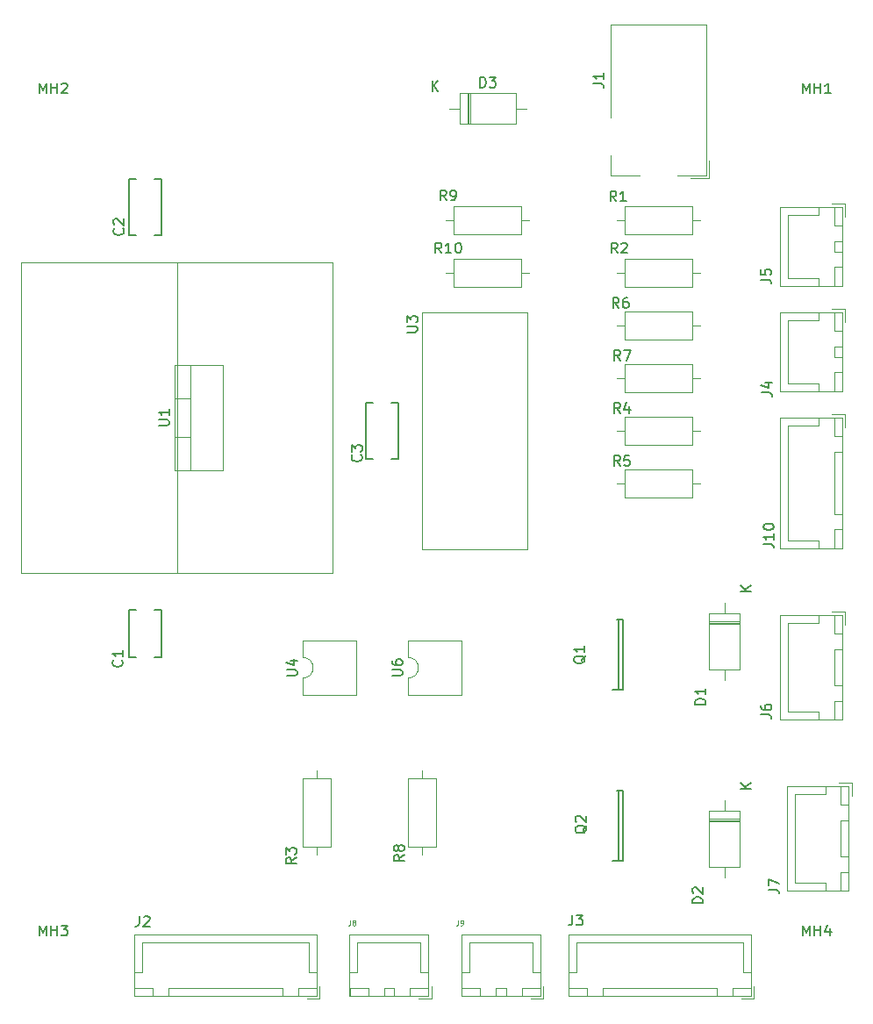
<source format=gto>
%TF.GenerationSoftware,KiCad,Pcbnew,(5.1.12)-1*%
%TF.CreationDate,2022-01-09T19:11:42+09:00*%
%TF.ProjectId,24VFanController,32345646-616e-4436-9f6e-74726f6c6c65,rev?*%
%TF.SameCoordinates,PX6d01460PY196f3b0*%
%TF.FileFunction,Legend,Top*%
%TF.FilePolarity,Positive*%
%FSLAX46Y46*%
G04 Gerber Fmt 4.6, Leading zero omitted, Abs format (unit mm)*
G04 Created by KiCad (PCBNEW (5.1.12)-1) date 2022-01-09 19:11:42*
%MOMM*%
%LPD*%
G01*
G04 APERTURE LIST*
%ADD10C,0.120000*%
%ADD11C,0.127000*%
%ADD12C,0.150000*%
%ADD13C,0.100000*%
G04 APERTURE END LIST*
D10*
%TO.C,J4*%
X80220000Y-28900000D02*
X78970000Y-28900000D01*
X80220000Y-30150000D02*
X80220000Y-28900000D01*
X74720000Y-36050000D02*
X74720000Y-33000000D01*
X77670000Y-36050000D02*
X74720000Y-36050000D01*
X77670000Y-36800000D02*
X77670000Y-36050000D01*
X74720000Y-29950000D02*
X74720000Y-33000000D01*
X77670000Y-29950000D02*
X74720000Y-29950000D01*
X77670000Y-29200000D02*
X77670000Y-29950000D01*
X79920000Y-36800000D02*
X79920000Y-35000000D01*
X79170000Y-36800000D02*
X79920000Y-36800000D01*
X79170000Y-35000000D02*
X79170000Y-36800000D01*
X79920000Y-35000000D02*
X79170000Y-35000000D01*
X79920000Y-31000000D02*
X79920000Y-29200000D01*
X79170000Y-31000000D02*
X79920000Y-31000000D01*
X79170000Y-29200000D02*
X79170000Y-31000000D01*
X79920000Y-29200000D02*
X79170000Y-29200000D01*
X79920000Y-33500000D02*
X79920000Y-32500000D01*
X79170000Y-33500000D02*
X79920000Y-33500000D01*
X79170000Y-32500000D02*
X79170000Y-33500000D01*
X79920000Y-32500000D02*
X79170000Y-32500000D01*
X79930000Y-36810000D02*
X79930000Y-29190000D01*
X73960000Y-36810000D02*
X79930000Y-36810000D01*
X73960000Y-29190000D02*
X73960000Y-36810000D01*
X79930000Y-29190000D02*
X73960000Y-29190000D01*
%TO.C,  *%
X15735000Y-24370000D02*
X15735000Y-54370000D01*
X15735000Y-39370000D02*
X15735000Y-24370000D01*
X735000Y-24370000D02*
X30735000Y-24370000D01*
X735000Y-54370000D02*
X735000Y-24370000D01*
X30735000Y-54370000D02*
X735000Y-54370000D01*
X30735000Y-54370000D02*
X30735000Y-24370000D01*
X30735000Y-39370000D02*
X30735000Y-54370000D01*
%TO.C,D1*%
X70050000Y-59020000D02*
X67110000Y-59020000D01*
X70050000Y-59260000D02*
X67110000Y-59260000D01*
X70050000Y-59140000D02*
X67110000Y-59140000D01*
X68580000Y-64700000D02*
X68580000Y-63680000D01*
X68580000Y-57220000D02*
X68580000Y-58240000D01*
X70050000Y-63680000D02*
X70050000Y-58240000D01*
X67110000Y-63680000D02*
X70050000Y-63680000D01*
X67110000Y-58240000D02*
X67110000Y-63680000D01*
X70050000Y-58240000D02*
X67110000Y-58240000D01*
%TO.C,D2*%
X70050000Y-77290000D02*
X67110000Y-77290000D01*
X67110000Y-77290000D02*
X67110000Y-82730000D01*
X67110000Y-82730000D02*
X70050000Y-82730000D01*
X70050000Y-82730000D02*
X70050000Y-77290000D01*
X68580000Y-76270000D02*
X68580000Y-77290000D01*
X68580000Y-83750000D02*
X68580000Y-82730000D01*
X70050000Y-78190000D02*
X67110000Y-78190000D01*
X70050000Y-78310000D02*
X67110000Y-78310000D01*
X70050000Y-78070000D02*
X67110000Y-78070000D01*
%TO.C,J1*%
X57630000Y-10440000D02*
X57630000Y-1440000D01*
X57630000Y-1440000D02*
X66830000Y-1440000D01*
X66830000Y-1440000D02*
X66830000Y-16040000D01*
X66830000Y-16040000D02*
X64030000Y-16040000D01*
X60430000Y-16040000D02*
X57630000Y-16040000D01*
X57630000Y-16040000D02*
X57630000Y-14040000D01*
X67070000Y-14540000D02*
X67070000Y-16280000D01*
X67070000Y-16280000D02*
X65330000Y-16280000D01*
%TO.C,J5*%
X79930000Y-19030000D02*
X73960000Y-19030000D01*
X73960000Y-19030000D02*
X73960000Y-26650000D01*
X73960000Y-26650000D02*
X79930000Y-26650000D01*
X79930000Y-26650000D02*
X79930000Y-19030000D01*
X79920000Y-22340000D02*
X79170000Y-22340000D01*
X79170000Y-22340000D02*
X79170000Y-23340000D01*
X79170000Y-23340000D02*
X79920000Y-23340000D01*
X79920000Y-23340000D02*
X79920000Y-22340000D01*
X79920000Y-19040000D02*
X79170000Y-19040000D01*
X79170000Y-19040000D02*
X79170000Y-20840000D01*
X79170000Y-20840000D02*
X79920000Y-20840000D01*
X79920000Y-20840000D02*
X79920000Y-19040000D01*
X79920000Y-24840000D02*
X79170000Y-24840000D01*
X79170000Y-24840000D02*
X79170000Y-26640000D01*
X79170000Y-26640000D02*
X79920000Y-26640000D01*
X79920000Y-26640000D02*
X79920000Y-24840000D01*
X77670000Y-19040000D02*
X77670000Y-19790000D01*
X77670000Y-19790000D02*
X74720000Y-19790000D01*
X74720000Y-19790000D02*
X74720000Y-22840000D01*
X77670000Y-26640000D02*
X77670000Y-25890000D01*
X77670000Y-25890000D02*
X74720000Y-25890000D01*
X74720000Y-25890000D02*
X74720000Y-22840000D01*
X80220000Y-19990000D02*
X80220000Y-18740000D01*
X80220000Y-18740000D02*
X78970000Y-18740000D01*
%TO.C,J8*%
X40315000Y-95460000D02*
X40315000Y-94210000D01*
X39065000Y-95460000D02*
X40315000Y-95460000D01*
X33165000Y-89960000D02*
X36215000Y-89960000D01*
X33165000Y-92910000D02*
X33165000Y-89960000D01*
X32415000Y-92910000D02*
X33165000Y-92910000D01*
X39265000Y-89960000D02*
X36215000Y-89960000D01*
X39265000Y-92910000D02*
X39265000Y-89960000D01*
X40015000Y-92910000D02*
X39265000Y-92910000D01*
X32415000Y-95160000D02*
X34215000Y-95160000D01*
X32415000Y-94410000D02*
X32415000Y-95160000D01*
X34215000Y-94410000D02*
X32415000Y-94410000D01*
X34215000Y-95160000D02*
X34215000Y-94410000D01*
X38215000Y-95160000D02*
X40015000Y-95160000D01*
X38215000Y-94410000D02*
X38215000Y-95160000D01*
X40015000Y-94410000D02*
X38215000Y-94410000D01*
X40015000Y-95160000D02*
X40015000Y-94410000D01*
X35715000Y-95160000D02*
X36715000Y-95160000D01*
X35715000Y-94410000D02*
X35715000Y-95160000D01*
X36715000Y-94410000D02*
X35715000Y-94410000D01*
X36715000Y-95160000D02*
X36715000Y-94410000D01*
X32405000Y-95170000D02*
X40025000Y-95170000D01*
X32405000Y-89200000D02*
X32405000Y-95170000D01*
X40025000Y-89200000D02*
X32405000Y-89200000D01*
X40025000Y-95170000D02*
X40025000Y-89200000D01*
%TO.C,J9*%
X50820000Y-95170000D02*
X50820000Y-89200000D01*
X50820000Y-89200000D02*
X43200000Y-89200000D01*
X43200000Y-89200000D02*
X43200000Y-95170000D01*
X43200000Y-95170000D02*
X50820000Y-95170000D01*
X47510000Y-95160000D02*
X47510000Y-94410000D01*
X47510000Y-94410000D02*
X46510000Y-94410000D01*
X46510000Y-94410000D02*
X46510000Y-95160000D01*
X46510000Y-95160000D02*
X47510000Y-95160000D01*
X50810000Y-95160000D02*
X50810000Y-94410000D01*
X50810000Y-94410000D02*
X49010000Y-94410000D01*
X49010000Y-94410000D02*
X49010000Y-95160000D01*
X49010000Y-95160000D02*
X50810000Y-95160000D01*
X45010000Y-95160000D02*
X45010000Y-94410000D01*
X45010000Y-94410000D02*
X43210000Y-94410000D01*
X43210000Y-94410000D02*
X43210000Y-95160000D01*
X43210000Y-95160000D02*
X45010000Y-95160000D01*
X50810000Y-92910000D02*
X50060000Y-92910000D01*
X50060000Y-92910000D02*
X50060000Y-89960000D01*
X50060000Y-89960000D02*
X47010000Y-89960000D01*
X43210000Y-92910000D02*
X43960000Y-92910000D01*
X43960000Y-92910000D02*
X43960000Y-89960000D01*
X43960000Y-89960000D02*
X47010000Y-89960000D01*
X49860000Y-95460000D02*
X51110000Y-95460000D01*
X51110000Y-95460000D02*
X51110000Y-94210000D01*
%TO.C,J10*%
X79930000Y-39350000D02*
X73960000Y-39350000D01*
X73960000Y-39350000D02*
X73960000Y-51970000D01*
X73960000Y-51970000D02*
X79930000Y-51970000D01*
X79930000Y-51970000D02*
X79930000Y-39350000D01*
X79920000Y-42660000D02*
X79170000Y-42660000D01*
X79170000Y-42660000D02*
X79170000Y-48660000D01*
X79170000Y-48660000D02*
X79920000Y-48660000D01*
X79920000Y-48660000D02*
X79920000Y-42660000D01*
X79920000Y-39360000D02*
X79170000Y-39360000D01*
X79170000Y-39360000D02*
X79170000Y-41160000D01*
X79170000Y-41160000D02*
X79920000Y-41160000D01*
X79920000Y-41160000D02*
X79920000Y-39360000D01*
X79920000Y-50160000D02*
X79170000Y-50160000D01*
X79170000Y-50160000D02*
X79170000Y-51960000D01*
X79170000Y-51960000D02*
X79920000Y-51960000D01*
X79920000Y-51960000D02*
X79920000Y-50160000D01*
X77670000Y-39360000D02*
X77670000Y-40110000D01*
X77670000Y-40110000D02*
X74720000Y-40110000D01*
X74720000Y-40110000D02*
X74720000Y-45660000D01*
X77670000Y-51960000D02*
X77670000Y-51210000D01*
X77670000Y-51210000D02*
X74720000Y-51210000D01*
X74720000Y-51210000D02*
X74720000Y-45660000D01*
X80220000Y-40310000D02*
X80220000Y-39060000D01*
X80220000Y-39060000D02*
X78970000Y-39060000D01*
D11*
%TO.C,Q1*%
X58750000Y-58830000D02*
X58750000Y-65630000D01*
X58400000Y-58880000D02*
X58400000Y-65630000D01*
X58750000Y-65630000D02*
X58400000Y-65630000D01*
X58400000Y-65630000D02*
X57800000Y-65630000D01*
X58750000Y-58830000D02*
X58150000Y-58830000D01*
%TO.C,Q2*%
X58750000Y-75340000D02*
X58150000Y-75340000D01*
X58400000Y-82140000D02*
X57800000Y-82140000D01*
X58750000Y-82140000D02*
X58400000Y-82140000D01*
X58400000Y-75390000D02*
X58400000Y-82140000D01*
X58750000Y-75340000D02*
X58750000Y-82140000D01*
D10*
%TO.C,R1*%
X58960000Y-18950000D02*
X58960000Y-21690000D01*
X58960000Y-21690000D02*
X65500000Y-21690000D01*
X65500000Y-21690000D02*
X65500000Y-18950000D01*
X65500000Y-18950000D02*
X58960000Y-18950000D01*
X58190000Y-20320000D02*
X58960000Y-20320000D01*
X66270000Y-20320000D02*
X65500000Y-20320000D01*
%TO.C,R2*%
X58960000Y-24030000D02*
X58960000Y-26770000D01*
X58960000Y-26770000D02*
X65500000Y-26770000D01*
X65500000Y-26770000D02*
X65500000Y-24030000D01*
X65500000Y-24030000D02*
X58960000Y-24030000D01*
X58190000Y-25400000D02*
X58960000Y-25400000D01*
X66270000Y-25400000D02*
X65500000Y-25400000D01*
%TO.C,R3*%
X30580000Y-74200000D02*
X27840000Y-74200000D01*
X27840000Y-74200000D02*
X27840000Y-80740000D01*
X27840000Y-80740000D02*
X30580000Y-80740000D01*
X30580000Y-80740000D02*
X30580000Y-74200000D01*
X29210000Y-73430000D02*
X29210000Y-74200000D01*
X29210000Y-81510000D02*
X29210000Y-80740000D01*
%TO.C,R4*%
X66270000Y-40640000D02*
X65500000Y-40640000D01*
X58190000Y-40640000D02*
X58960000Y-40640000D01*
X65500000Y-39270000D02*
X58960000Y-39270000D01*
X65500000Y-42010000D02*
X65500000Y-39270000D01*
X58960000Y-42010000D02*
X65500000Y-42010000D01*
X58960000Y-39270000D02*
X58960000Y-42010000D01*
%TO.C,R5*%
X66270000Y-45720000D02*
X65500000Y-45720000D01*
X58190000Y-45720000D02*
X58960000Y-45720000D01*
X65500000Y-44350000D02*
X58960000Y-44350000D01*
X65500000Y-47090000D02*
X65500000Y-44350000D01*
X58960000Y-47090000D02*
X65500000Y-47090000D01*
X58960000Y-44350000D02*
X58960000Y-47090000D01*
%TO.C,R6*%
X66270000Y-30480000D02*
X65500000Y-30480000D01*
X58190000Y-30480000D02*
X58960000Y-30480000D01*
X65500000Y-29110000D02*
X58960000Y-29110000D01*
X65500000Y-31850000D02*
X65500000Y-29110000D01*
X58960000Y-31850000D02*
X65500000Y-31850000D01*
X58960000Y-29110000D02*
X58960000Y-31850000D01*
%TO.C,R7*%
X65500000Y-36930000D02*
X65500000Y-34190000D01*
X65500000Y-34190000D02*
X58960000Y-34190000D01*
X58960000Y-34190000D02*
X58960000Y-36930000D01*
X58960000Y-36930000D02*
X65500000Y-36930000D01*
X66270000Y-35560000D02*
X65500000Y-35560000D01*
X58190000Y-35560000D02*
X58960000Y-35560000D01*
%TO.C,R8*%
X39370000Y-81510000D02*
X39370000Y-80740000D01*
X39370000Y-73430000D02*
X39370000Y-74200000D01*
X40740000Y-80740000D02*
X40740000Y-74200000D01*
X38000000Y-80740000D02*
X40740000Y-80740000D01*
X38000000Y-74200000D02*
X38000000Y-80740000D01*
X40740000Y-74200000D02*
X38000000Y-74200000D01*
%TO.C,R9*%
X42450000Y-18950000D02*
X42450000Y-21690000D01*
X42450000Y-21690000D02*
X48990000Y-21690000D01*
X48990000Y-21690000D02*
X48990000Y-18950000D01*
X48990000Y-18950000D02*
X42450000Y-18950000D01*
X41680000Y-20320000D02*
X42450000Y-20320000D01*
X49760000Y-20320000D02*
X48990000Y-20320000D01*
%TO.C,R10*%
X49760000Y-25400000D02*
X48990000Y-25400000D01*
X41680000Y-25400000D02*
X42450000Y-25400000D01*
X48990000Y-24030000D02*
X42450000Y-24030000D01*
X48990000Y-26770000D02*
X48990000Y-24030000D01*
X42450000Y-26770000D02*
X48990000Y-26770000D01*
X42450000Y-24030000D02*
X42450000Y-26770000D01*
%TO.C,U1*%
X15526000Y-44490000D02*
X15526000Y-34250000D01*
X20167000Y-44490000D02*
X20167000Y-34250000D01*
X15526000Y-44490000D02*
X20167000Y-44490000D01*
X15526000Y-34250000D02*
X20167000Y-34250000D01*
X17036000Y-44490000D02*
X17036000Y-34250000D01*
X15526000Y-41220000D02*
X17036000Y-41220000D01*
X15526000Y-37519000D02*
X17036000Y-37519000D01*
%TO.C,U3*%
X39370000Y-52070000D02*
X39370000Y-29210000D01*
X39370000Y-29210000D02*
X49530000Y-29210000D01*
X49530000Y-29210000D02*
X49530000Y-52070000D01*
X49530000Y-52070000D02*
X39370000Y-52070000D01*
%TO.C,U4*%
X27880000Y-64500000D02*
X27880000Y-66150000D01*
X27880000Y-66150000D02*
X33080000Y-66150000D01*
X33080000Y-66150000D02*
X33080000Y-60850000D01*
X33080000Y-60850000D02*
X27880000Y-60850000D01*
X27880000Y-60850000D02*
X27880000Y-62500000D01*
X27880000Y-62500000D02*
G75*
G02*
X27880000Y-64500000I0J-1000000D01*
G01*
%TO.C,U6*%
X38040000Y-60850000D02*
X38040000Y-62500000D01*
X43240000Y-60850000D02*
X38040000Y-60850000D01*
X43240000Y-66150000D02*
X43240000Y-60850000D01*
X38040000Y-66150000D02*
X43240000Y-66150000D01*
X38040000Y-64500000D02*
X38040000Y-66150000D01*
X38040000Y-62500000D02*
G75*
G02*
X38040000Y-64500000I0J-1000000D01*
G01*
%TO.C,J2*%
X29520000Y-95460000D02*
X29520000Y-94210000D01*
X28270000Y-95460000D02*
X29520000Y-95460000D01*
X12370000Y-89960000D02*
X20420000Y-89960000D01*
X12370000Y-92910000D02*
X12370000Y-89960000D01*
X11620000Y-92910000D02*
X12370000Y-92910000D01*
X28470000Y-89960000D02*
X20420000Y-89960000D01*
X28470000Y-92910000D02*
X28470000Y-89960000D01*
X29220000Y-92910000D02*
X28470000Y-92910000D01*
X11620000Y-95160000D02*
X13420000Y-95160000D01*
X11620000Y-94410000D02*
X11620000Y-95160000D01*
X13420000Y-94410000D02*
X11620000Y-94410000D01*
X13420000Y-95160000D02*
X13420000Y-94410000D01*
X27420000Y-95160000D02*
X29220000Y-95160000D01*
X27420000Y-94410000D02*
X27420000Y-95160000D01*
X29220000Y-94410000D02*
X27420000Y-94410000D01*
X29220000Y-95160000D02*
X29220000Y-94410000D01*
X14920000Y-95160000D02*
X25920000Y-95160000D01*
X14920000Y-94410000D02*
X14920000Y-95160000D01*
X25920000Y-94410000D02*
X14920000Y-94410000D01*
X25920000Y-95160000D02*
X25920000Y-94410000D01*
X11610000Y-95170000D02*
X29230000Y-95170000D01*
X11610000Y-89200000D02*
X11610000Y-95170000D01*
X29230000Y-89200000D02*
X11610000Y-89200000D01*
X29230000Y-95170000D02*
X29230000Y-89200000D01*
%TO.C,J3*%
X71140000Y-95170000D02*
X71140000Y-89200000D01*
X71140000Y-89200000D02*
X53520000Y-89200000D01*
X53520000Y-89200000D02*
X53520000Y-95170000D01*
X53520000Y-95170000D02*
X71140000Y-95170000D01*
X67830000Y-95160000D02*
X67830000Y-94410000D01*
X67830000Y-94410000D02*
X56830000Y-94410000D01*
X56830000Y-94410000D02*
X56830000Y-95160000D01*
X56830000Y-95160000D02*
X67830000Y-95160000D01*
X71130000Y-95160000D02*
X71130000Y-94410000D01*
X71130000Y-94410000D02*
X69330000Y-94410000D01*
X69330000Y-94410000D02*
X69330000Y-95160000D01*
X69330000Y-95160000D02*
X71130000Y-95160000D01*
X55330000Y-95160000D02*
X55330000Y-94410000D01*
X55330000Y-94410000D02*
X53530000Y-94410000D01*
X53530000Y-94410000D02*
X53530000Y-95160000D01*
X53530000Y-95160000D02*
X55330000Y-95160000D01*
X71130000Y-92910000D02*
X70380000Y-92910000D01*
X70380000Y-92910000D02*
X70380000Y-89960000D01*
X70380000Y-89960000D02*
X62330000Y-89960000D01*
X53530000Y-92910000D02*
X54280000Y-92910000D01*
X54280000Y-92910000D02*
X54280000Y-89960000D01*
X54280000Y-89960000D02*
X62330000Y-89960000D01*
X70180000Y-95460000D02*
X71430000Y-95460000D01*
X71430000Y-95460000D02*
X71430000Y-94210000D01*
%TO.C,D3*%
X43780000Y-8055000D02*
X43780000Y-10995000D01*
X44020000Y-8055000D02*
X44020000Y-10995000D01*
X43900000Y-8055000D02*
X43900000Y-10995000D01*
X49460000Y-9525000D02*
X48440000Y-9525000D01*
X41980000Y-9525000D02*
X43000000Y-9525000D01*
X48440000Y-8055000D02*
X43000000Y-8055000D01*
X48440000Y-10995000D02*
X48440000Y-8055000D01*
X43000000Y-10995000D02*
X48440000Y-10995000D01*
X43000000Y-8055000D02*
X43000000Y-10995000D01*
%TO.C,J6*%
X79930000Y-58400000D02*
X73960000Y-58400000D01*
X73960000Y-58400000D02*
X73960000Y-68520000D01*
X73960000Y-68520000D02*
X79930000Y-68520000D01*
X79930000Y-68520000D02*
X79930000Y-58400000D01*
X79920000Y-61710000D02*
X79170000Y-61710000D01*
X79170000Y-61710000D02*
X79170000Y-65210000D01*
X79170000Y-65210000D02*
X79920000Y-65210000D01*
X79920000Y-65210000D02*
X79920000Y-61710000D01*
X79920000Y-58410000D02*
X79170000Y-58410000D01*
X79170000Y-58410000D02*
X79170000Y-60210000D01*
X79170000Y-60210000D02*
X79920000Y-60210000D01*
X79920000Y-60210000D02*
X79920000Y-58410000D01*
X79920000Y-66710000D02*
X79170000Y-66710000D01*
X79170000Y-66710000D02*
X79170000Y-68510000D01*
X79170000Y-68510000D02*
X79920000Y-68510000D01*
X79920000Y-68510000D02*
X79920000Y-66710000D01*
X77670000Y-58410000D02*
X77670000Y-59160000D01*
X77670000Y-59160000D02*
X74720000Y-59160000D01*
X74720000Y-59160000D02*
X74720000Y-63460000D01*
X77670000Y-68510000D02*
X77670000Y-67760000D01*
X77670000Y-67760000D02*
X74720000Y-67760000D01*
X74720000Y-67760000D02*
X74720000Y-63460000D01*
X80220000Y-59360000D02*
X80220000Y-58110000D01*
X80220000Y-58110000D02*
X78970000Y-58110000D01*
%TO.C,J7*%
X80855000Y-74620000D02*
X79605000Y-74620000D01*
X80855000Y-75870000D02*
X80855000Y-74620000D01*
X75355000Y-84270000D02*
X75355000Y-79970000D01*
X78305000Y-84270000D02*
X75355000Y-84270000D01*
X78305000Y-85020000D02*
X78305000Y-84270000D01*
X75355000Y-75670000D02*
X75355000Y-79970000D01*
X78305000Y-75670000D02*
X75355000Y-75670000D01*
X78305000Y-74920000D02*
X78305000Y-75670000D01*
X80555000Y-85020000D02*
X80555000Y-83220000D01*
X79805000Y-85020000D02*
X80555000Y-85020000D01*
X79805000Y-83220000D02*
X79805000Y-85020000D01*
X80555000Y-83220000D02*
X79805000Y-83220000D01*
X80555000Y-76720000D02*
X80555000Y-74920000D01*
X79805000Y-76720000D02*
X80555000Y-76720000D01*
X79805000Y-74920000D02*
X79805000Y-76720000D01*
X80555000Y-74920000D02*
X79805000Y-74920000D01*
X80555000Y-81720000D02*
X80555000Y-78220000D01*
X79805000Y-81720000D02*
X80555000Y-81720000D01*
X79805000Y-78220000D02*
X79805000Y-81720000D01*
X80555000Y-78220000D02*
X79805000Y-78220000D01*
X80565000Y-85030000D02*
X80565000Y-74910000D01*
X74595000Y-85030000D02*
X80565000Y-85030000D01*
X74595000Y-74910000D02*
X74595000Y-85030000D01*
X80565000Y-74910000D02*
X74595000Y-74910000D01*
D11*
%TO.C,C1*%
X13600000Y-57948000D02*
X14275000Y-57948000D01*
X11125000Y-57948000D02*
X11800000Y-57948000D01*
X14275000Y-62448000D02*
X13600000Y-62448000D01*
X11125000Y-62448000D02*
X11800000Y-62448000D01*
X11125000Y-57948000D02*
X11125000Y-62448000D01*
X14275000Y-57948000D02*
X14275000Y-62448000D01*
%TO.C,C2*%
X11125000Y-21800000D02*
X11125000Y-16300000D01*
X14275000Y-21800000D02*
X14275000Y-16300000D01*
X14275000Y-16300000D02*
X13600000Y-16300000D01*
X11125000Y-16300000D02*
X11800000Y-16300000D01*
X14275000Y-21800000D02*
X13600000Y-21800000D01*
X11800000Y-21800000D02*
X11125000Y-21800000D01*
%TO.C,C3*%
X36460000Y-37890000D02*
X37135000Y-37890000D01*
X33985000Y-37890000D02*
X34660000Y-37890000D01*
X37135000Y-43390000D02*
X36460000Y-43390000D01*
X33985000Y-43390000D02*
X34660000Y-43390000D01*
X33985000Y-37890000D02*
X33985000Y-43390000D01*
X37135000Y-37890000D02*
X37135000Y-43390000D01*
%TO.C,J4*%
D12*
X72147180Y-36922033D02*
X72861466Y-36922033D01*
X73004323Y-36969652D01*
X73099561Y-37064890D01*
X73147180Y-37207747D01*
X73147180Y-37302985D01*
X72480514Y-36017271D02*
X73147180Y-36017271D01*
X72099561Y-36255366D02*
X72813847Y-36493461D01*
X72813847Y-35874414D01*
%TO.C,MH4*%
X76136666Y-89352380D02*
X76136666Y-88352380D01*
X76470000Y-89066666D01*
X76803333Y-88352380D01*
X76803333Y-89352380D01*
X77279523Y-89352380D02*
X77279523Y-88352380D01*
X77279523Y-88828571D02*
X77850952Y-88828571D01*
X77850952Y-89352380D02*
X77850952Y-88352380D01*
X78755714Y-88685714D02*
X78755714Y-89352380D01*
X78517619Y-88304761D02*
X78279523Y-89019047D01*
X78898571Y-89019047D01*
%TO.C,MH3*%
X2476666Y-89352380D02*
X2476666Y-88352380D01*
X2810000Y-89066666D01*
X3143333Y-88352380D01*
X3143333Y-89352380D01*
X3619523Y-89352380D02*
X3619523Y-88352380D01*
X3619523Y-88828571D02*
X4190952Y-88828571D01*
X4190952Y-89352380D02*
X4190952Y-88352380D01*
X4571904Y-88352380D02*
X5190952Y-88352380D01*
X4857619Y-88733333D01*
X5000476Y-88733333D01*
X5095714Y-88780952D01*
X5143333Y-88828571D01*
X5190952Y-88923809D01*
X5190952Y-89161904D01*
X5143333Y-89257142D01*
X5095714Y-89304761D01*
X5000476Y-89352380D01*
X4714761Y-89352380D01*
X4619523Y-89304761D01*
X4571904Y-89257142D01*
%TO.C,MH2*%
X2476666Y-8072380D02*
X2476666Y-7072380D01*
X2810000Y-7786666D01*
X3143333Y-7072380D01*
X3143333Y-8072380D01*
X3619523Y-8072380D02*
X3619523Y-7072380D01*
X3619523Y-7548571D02*
X4190952Y-7548571D01*
X4190952Y-8072380D02*
X4190952Y-7072380D01*
X4619523Y-7167619D02*
X4667142Y-7120000D01*
X4762380Y-7072380D01*
X5000476Y-7072380D01*
X5095714Y-7120000D01*
X5143333Y-7167619D01*
X5190952Y-7262857D01*
X5190952Y-7358095D01*
X5143333Y-7500952D01*
X4571904Y-8072380D01*
X5190952Y-8072380D01*
%TO.C,MH1*%
X76136666Y-8072380D02*
X76136666Y-7072380D01*
X76470000Y-7786666D01*
X76803333Y-7072380D01*
X76803333Y-8072380D01*
X77279523Y-8072380D02*
X77279523Y-7072380D01*
X77279523Y-7548571D02*
X77850952Y-7548571D01*
X77850952Y-8072380D02*
X77850952Y-7072380D01*
X78850952Y-8072380D02*
X78279523Y-8072380D01*
X78565238Y-8072380D02*
X78565238Y-7072380D01*
X78470000Y-7215238D01*
X78374761Y-7310476D01*
X78279523Y-7358095D01*
%TO.C,D1*%
X66746380Y-67032095D02*
X65746380Y-67032095D01*
X65746380Y-66794000D01*
X65794000Y-66651142D01*
X65889238Y-66555904D01*
X65984476Y-66508285D01*
X66174952Y-66460666D01*
X66317809Y-66460666D01*
X66508285Y-66508285D01*
X66603523Y-66555904D01*
X66698761Y-66651142D01*
X66746380Y-66794000D01*
X66746380Y-67032095D01*
X66746380Y-65508285D02*
X66746380Y-66079714D01*
X66746380Y-65794000D02*
X65746380Y-65794000D01*
X65889238Y-65889238D01*
X65984476Y-65984476D01*
X66032095Y-66079714D01*
X71132380Y-56141904D02*
X70132380Y-56141904D01*
X71132380Y-55570476D02*
X70560952Y-55999047D01*
X70132380Y-55570476D02*
X70703809Y-56141904D01*
%TO.C,D2*%
X66492380Y-86209095D02*
X65492380Y-86209095D01*
X65492380Y-85971000D01*
X65540000Y-85828142D01*
X65635238Y-85732904D01*
X65730476Y-85685285D01*
X65920952Y-85637666D01*
X66063809Y-85637666D01*
X66254285Y-85685285D01*
X66349523Y-85732904D01*
X66444761Y-85828142D01*
X66492380Y-85971000D01*
X66492380Y-86209095D01*
X65587619Y-85256714D02*
X65540000Y-85209095D01*
X65492380Y-85113857D01*
X65492380Y-84875761D01*
X65540000Y-84780523D01*
X65587619Y-84732904D01*
X65682857Y-84685285D01*
X65778095Y-84685285D01*
X65920952Y-84732904D01*
X66492380Y-85304333D01*
X66492380Y-84685285D01*
X71132380Y-75191904D02*
X70132380Y-75191904D01*
X71132380Y-74620476D02*
X70560952Y-75049047D01*
X70132380Y-74620476D02*
X70703809Y-75191904D01*
%TO.C,J1*%
X55932380Y-7123333D02*
X56646666Y-7123333D01*
X56789523Y-7170952D01*
X56884761Y-7266190D01*
X56932380Y-7409047D01*
X56932380Y-7504285D01*
X56932380Y-6123333D02*
X56932380Y-6694761D01*
X56932380Y-6409047D02*
X55932380Y-6409047D01*
X56075238Y-6504285D01*
X56170476Y-6599523D01*
X56218095Y-6694761D01*
%TO.C,J5*%
X72083680Y-26038133D02*
X72797966Y-26038133D01*
X72940823Y-26085752D01*
X73036061Y-26180990D01*
X73083680Y-26323847D01*
X73083680Y-26419085D01*
X72083680Y-25085752D02*
X72083680Y-25561942D01*
X72559871Y-25609561D01*
X72512252Y-25561942D01*
X72464633Y-25466704D01*
X72464633Y-25228609D01*
X72512252Y-25133371D01*
X72559871Y-25085752D01*
X72655109Y-25038133D01*
X72893204Y-25038133D01*
X72988442Y-25085752D01*
X73036061Y-25133371D01*
X73083680Y-25228609D01*
X73083680Y-25466704D01*
X73036061Y-25561942D01*
X72988442Y-25609561D01*
%TO.C,J8*%
D13*
X32472333Y-87864190D02*
X32472333Y-88221333D01*
X32448523Y-88292761D01*
X32400904Y-88340380D01*
X32329476Y-88364190D01*
X32281857Y-88364190D01*
X32781857Y-88078476D02*
X32734238Y-88054666D01*
X32710428Y-88030857D01*
X32686619Y-87983238D01*
X32686619Y-87959428D01*
X32710428Y-87911809D01*
X32734238Y-87888000D01*
X32781857Y-87864190D01*
X32877095Y-87864190D01*
X32924714Y-87888000D01*
X32948523Y-87911809D01*
X32972333Y-87959428D01*
X32972333Y-87983238D01*
X32948523Y-88030857D01*
X32924714Y-88054666D01*
X32877095Y-88078476D01*
X32781857Y-88078476D01*
X32734238Y-88102285D01*
X32710428Y-88126095D01*
X32686619Y-88173714D01*
X32686619Y-88268952D01*
X32710428Y-88316571D01*
X32734238Y-88340380D01*
X32781857Y-88364190D01*
X32877095Y-88364190D01*
X32924714Y-88340380D01*
X32948523Y-88316571D01*
X32972333Y-88268952D01*
X32972333Y-88173714D01*
X32948523Y-88126095D01*
X32924714Y-88102285D01*
X32877095Y-88078476D01*
%TO.C,J9*%
X42886333Y-87864190D02*
X42886333Y-88221333D01*
X42862523Y-88292761D01*
X42814904Y-88340380D01*
X42743476Y-88364190D01*
X42695857Y-88364190D01*
X43148238Y-88364190D02*
X43243476Y-88364190D01*
X43291095Y-88340380D01*
X43314904Y-88316571D01*
X43362523Y-88245142D01*
X43386333Y-88149904D01*
X43386333Y-87959428D01*
X43362523Y-87911809D01*
X43338714Y-87888000D01*
X43291095Y-87864190D01*
X43195857Y-87864190D01*
X43148238Y-87888000D01*
X43124428Y-87911809D01*
X43100619Y-87959428D01*
X43100619Y-88078476D01*
X43124428Y-88126095D01*
X43148238Y-88149904D01*
X43195857Y-88173714D01*
X43291095Y-88173714D01*
X43338714Y-88149904D01*
X43362523Y-88126095D01*
X43386333Y-88078476D01*
%TO.C,J10*%
D12*
X72337680Y-51558723D02*
X73051966Y-51558723D01*
X73194823Y-51606342D01*
X73290061Y-51701580D01*
X73337680Y-51844438D01*
X73337680Y-51939676D01*
X73337680Y-50558723D02*
X73337680Y-51130152D01*
X73337680Y-50844438D02*
X72337680Y-50844438D01*
X72480538Y-50939676D01*
X72575776Y-51034914D01*
X72623395Y-51130152D01*
X72337680Y-49939676D02*
X72337680Y-49844438D01*
X72385300Y-49749200D01*
X72432919Y-49701580D01*
X72528157Y-49653961D01*
X72718633Y-49606342D01*
X72956728Y-49606342D01*
X73147204Y-49653961D01*
X73242442Y-49701580D01*
X73290061Y-49749200D01*
X73337680Y-49844438D01*
X73337680Y-49939676D01*
X73290061Y-50034914D01*
X73242442Y-50082533D01*
X73147204Y-50130152D01*
X72956728Y-50177771D01*
X72718633Y-50177771D01*
X72528157Y-50130152D01*
X72432919Y-50082533D01*
X72385300Y-50034914D01*
X72337680Y-49939676D01*
%TO.C,Q1*%
X55158149Y-62325330D02*
X55110484Y-62420660D01*
X55015154Y-62515991D01*
X54872158Y-62658986D01*
X54824493Y-62754317D01*
X54824493Y-62849647D01*
X55062819Y-62801982D02*
X55015154Y-62897312D01*
X54919823Y-62992643D01*
X54729162Y-63040308D01*
X54395506Y-63040308D01*
X54204845Y-62992643D01*
X54109515Y-62897312D01*
X54061850Y-62801982D01*
X54061850Y-62611321D01*
X54109515Y-62515991D01*
X54204845Y-62420660D01*
X54395506Y-62372995D01*
X54729162Y-62372995D01*
X54919823Y-62420660D01*
X55015154Y-62515991D01*
X55062819Y-62611321D01*
X55062819Y-62801982D01*
X55062819Y-61419691D02*
X55062819Y-61991674D01*
X55062819Y-61705682D02*
X54061850Y-61705682D01*
X54204845Y-61801013D01*
X54300176Y-61896343D01*
X54347841Y-61991674D01*
%TO.C,Q2*%
X55285149Y-78708330D02*
X55237484Y-78803660D01*
X55142154Y-78898991D01*
X54999158Y-79041986D01*
X54951493Y-79137317D01*
X54951493Y-79232647D01*
X55189819Y-79184982D02*
X55142154Y-79280312D01*
X55046823Y-79375643D01*
X54856162Y-79423308D01*
X54522506Y-79423308D01*
X54331845Y-79375643D01*
X54236515Y-79280312D01*
X54188850Y-79184982D01*
X54188850Y-78994321D01*
X54236515Y-78898991D01*
X54331845Y-78803660D01*
X54522506Y-78755995D01*
X54856162Y-78755995D01*
X55046823Y-78803660D01*
X55142154Y-78898991D01*
X55189819Y-78994321D01*
X55189819Y-79184982D01*
X54284180Y-78374674D02*
X54236515Y-78327008D01*
X54188850Y-78231678D01*
X54188850Y-77993352D01*
X54236515Y-77898022D01*
X54284180Y-77850356D01*
X54379511Y-77802691D01*
X54474841Y-77802691D01*
X54617837Y-77850356D01*
X55189819Y-78422339D01*
X55189819Y-77802691D01*
%TO.C,R1*%
X58126333Y-18486380D02*
X57793000Y-18010190D01*
X57554904Y-18486380D02*
X57554904Y-17486380D01*
X57935857Y-17486380D01*
X58031095Y-17534000D01*
X58078714Y-17581619D01*
X58126333Y-17676857D01*
X58126333Y-17819714D01*
X58078714Y-17914952D01*
X58031095Y-17962571D01*
X57935857Y-18010190D01*
X57554904Y-18010190D01*
X59078714Y-18486380D02*
X58507285Y-18486380D01*
X58793000Y-18486380D02*
X58793000Y-17486380D01*
X58697761Y-17629238D01*
X58602523Y-17724476D01*
X58507285Y-17772095D01*
%TO.C,R2*%
X58253333Y-23482380D02*
X57920000Y-23006190D01*
X57681904Y-23482380D02*
X57681904Y-22482380D01*
X58062857Y-22482380D01*
X58158095Y-22530000D01*
X58205714Y-22577619D01*
X58253333Y-22672857D01*
X58253333Y-22815714D01*
X58205714Y-22910952D01*
X58158095Y-22958571D01*
X58062857Y-23006190D01*
X57681904Y-23006190D01*
X58634285Y-22577619D02*
X58681904Y-22530000D01*
X58777142Y-22482380D01*
X59015238Y-22482380D01*
X59110476Y-22530000D01*
X59158095Y-22577619D01*
X59205714Y-22672857D01*
X59205714Y-22768095D01*
X59158095Y-22910952D01*
X58586666Y-23482380D01*
X59205714Y-23482380D01*
%TO.C,R3*%
X27249380Y-81827666D02*
X26773190Y-82161000D01*
X27249380Y-82399095D02*
X26249380Y-82399095D01*
X26249380Y-82018142D01*
X26297000Y-81922904D01*
X26344619Y-81875285D01*
X26439857Y-81827666D01*
X26582714Y-81827666D01*
X26677952Y-81875285D01*
X26725571Y-81922904D01*
X26773190Y-82018142D01*
X26773190Y-82399095D01*
X26249380Y-81494333D02*
X26249380Y-80875285D01*
X26630333Y-81208619D01*
X26630333Y-81065761D01*
X26677952Y-80970523D01*
X26725571Y-80922904D01*
X26820809Y-80875285D01*
X27058904Y-80875285D01*
X27154142Y-80922904D01*
X27201761Y-80970523D01*
X27249380Y-81065761D01*
X27249380Y-81351476D01*
X27201761Y-81446714D01*
X27154142Y-81494333D01*
%TO.C,R4*%
X58507333Y-38933380D02*
X58174000Y-38457190D01*
X57935904Y-38933380D02*
X57935904Y-37933380D01*
X58316857Y-37933380D01*
X58412095Y-37981000D01*
X58459714Y-38028619D01*
X58507333Y-38123857D01*
X58507333Y-38266714D01*
X58459714Y-38361952D01*
X58412095Y-38409571D01*
X58316857Y-38457190D01*
X57935904Y-38457190D01*
X59364476Y-38266714D02*
X59364476Y-38933380D01*
X59126380Y-37885761D02*
X58888285Y-38600047D01*
X59507333Y-38600047D01*
%TO.C,R5*%
X58507333Y-44013380D02*
X58174000Y-43537190D01*
X57935904Y-44013380D02*
X57935904Y-43013380D01*
X58316857Y-43013380D01*
X58412095Y-43061000D01*
X58459714Y-43108619D01*
X58507333Y-43203857D01*
X58507333Y-43346714D01*
X58459714Y-43441952D01*
X58412095Y-43489571D01*
X58316857Y-43537190D01*
X57935904Y-43537190D01*
X59412095Y-43013380D02*
X58935904Y-43013380D01*
X58888285Y-43489571D01*
X58935904Y-43441952D01*
X59031142Y-43394333D01*
X59269238Y-43394333D01*
X59364476Y-43441952D01*
X59412095Y-43489571D01*
X59459714Y-43584809D01*
X59459714Y-43822904D01*
X59412095Y-43918142D01*
X59364476Y-43965761D01*
X59269238Y-44013380D01*
X59031142Y-44013380D01*
X58935904Y-43965761D01*
X58888285Y-43918142D01*
%TO.C,R6*%
X58380333Y-28773380D02*
X58047000Y-28297190D01*
X57808904Y-28773380D02*
X57808904Y-27773380D01*
X58189857Y-27773380D01*
X58285095Y-27821000D01*
X58332714Y-27868619D01*
X58380333Y-27963857D01*
X58380333Y-28106714D01*
X58332714Y-28201952D01*
X58285095Y-28249571D01*
X58189857Y-28297190D01*
X57808904Y-28297190D01*
X59237476Y-27773380D02*
X59047000Y-27773380D01*
X58951761Y-27821000D01*
X58904142Y-27868619D01*
X58808904Y-28011476D01*
X58761285Y-28201952D01*
X58761285Y-28582904D01*
X58808904Y-28678142D01*
X58856523Y-28725761D01*
X58951761Y-28773380D01*
X59142238Y-28773380D01*
X59237476Y-28725761D01*
X59285095Y-28678142D01*
X59332714Y-28582904D01*
X59332714Y-28344809D01*
X59285095Y-28249571D01*
X59237476Y-28201952D01*
X59142238Y-28154333D01*
X58951761Y-28154333D01*
X58856523Y-28201952D01*
X58808904Y-28249571D01*
X58761285Y-28344809D01*
%TO.C,R7*%
X58507333Y-33853380D02*
X58174000Y-33377190D01*
X57935904Y-33853380D02*
X57935904Y-32853380D01*
X58316857Y-32853380D01*
X58412095Y-32901000D01*
X58459714Y-32948619D01*
X58507333Y-33043857D01*
X58507333Y-33186714D01*
X58459714Y-33281952D01*
X58412095Y-33329571D01*
X58316857Y-33377190D01*
X57935904Y-33377190D01*
X58840666Y-32853380D02*
X59507333Y-32853380D01*
X59078761Y-33853380D01*
%TO.C,R8*%
X37663380Y-81573666D02*
X37187190Y-81907000D01*
X37663380Y-82145095D02*
X36663380Y-82145095D01*
X36663380Y-81764142D01*
X36711000Y-81668904D01*
X36758619Y-81621285D01*
X36853857Y-81573666D01*
X36996714Y-81573666D01*
X37091952Y-81621285D01*
X37139571Y-81668904D01*
X37187190Y-81764142D01*
X37187190Y-82145095D01*
X37091952Y-81002238D02*
X37044333Y-81097476D01*
X36996714Y-81145095D01*
X36901476Y-81192714D01*
X36853857Y-81192714D01*
X36758619Y-81145095D01*
X36711000Y-81097476D01*
X36663380Y-81002238D01*
X36663380Y-80811761D01*
X36711000Y-80716523D01*
X36758619Y-80668904D01*
X36853857Y-80621285D01*
X36901476Y-80621285D01*
X36996714Y-80668904D01*
X37044333Y-80716523D01*
X37091952Y-80811761D01*
X37091952Y-81002238D01*
X37139571Y-81097476D01*
X37187190Y-81145095D01*
X37282428Y-81192714D01*
X37472904Y-81192714D01*
X37568142Y-81145095D01*
X37615761Y-81097476D01*
X37663380Y-81002238D01*
X37663380Y-80811761D01*
X37615761Y-80716523D01*
X37568142Y-80668904D01*
X37472904Y-80621285D01*
X37282428Y-80621285D01*
X37187190Y-80668904D01*
X37139571Y-80716523D01*
X37091952Y-80811761D01*
%TO.C,R9*%
X41743333Y-18402380D02*
X41410000Y-17926190D01*
X41171904Y-18402380D02*
X41171904Y-17402380D01*
X41552857Y-17402380D01*
X41648095Y-17450000D01*
X41695714Y-17497619D01*
X41743333Y-17592857D01*
X41743333Y-17735714D01*
X41695714Y-17830952D01*
X41648095Y-17878571D01*
X41552857Y-17926190D01*
X41171904Y-17926190D01*
X42219523Y-18402380D02*
X42410000Y-18402380D01*
X42505238Y-18354761D01*
X42552857Y-18307142D01*
X42648095Y-18164285D01*
X42695714Y-17973809D01*
X42695714Y-17592857D01*
X42648095Y-17497619D01*
X42600476Y-17450000D01*
X42505238Y-17402380D01*
X42314761Y-17402380D01*
X42219523Y-17450000D01*
X42171904Y-17497619D01*
X42124285Y-17592857D01*
X42124285Y-17830952D01*
X42171904Y-17926190D01*
X42219523Y-17973809D01*
X42314761Y-18021428D01*
X42505238Y-18021428D01*
X42600476Y-17973809D01*
X42648095Y-17926190D01*
X42695714Y-17830952D01*
%TO.C,R10*%
X41267142Y-23482380D02*
X40933809Y-23006190D01*
X40695714Y-23482380D02*
X40695714Y-22482380D01*
X41076666Y-22482380D01*
X41171904Y-22530000D01*
X41219523Y-22577619D01*
X41267142Y-22672857D01*
X41267142Y-22815714D01*
X41219523Y-22910952D01*
X41171904Y-22958571D01*
X41076666Y-23006190D01*
X40695714Y-23006190D01*
X42219523Y-23482380D02*
X41648095Y-23482380D01*
X41933809Y-23482380D02*
X41933809Y-22482380D01*
X41838571Y-22625238D01*
X41743333Y-22720476D01*
X41648095Y-22768095D01*
X42838571Y-22482380D02*
X42933809Y-22482380D01*
X43029047Y-22530000D01*
X43076666Y-22577619D01*
X43124285Y-22672857D01*
X43171904Y-22863333D01*
X43171904Y-23101428D01*
X43124285Y-23291904D01*
X43076666Y-23387142D01*
X43029047Y-23434761D01*
X42933809Y-23482380D01*
X42838571Y-23482380D01*
X42743333Y-23434761D01*
X42695714Y-23387142D01*
X42648095Y-23291904D01*
X42600476Y-23101428D01*
X42600476Y-22863333D01*
X42648095Y-22672857D01*
X42695714Y-22577619D01*
X42743333Y-22530000D01*
X42838571Y-22482380D01*
%TO.C,U1*%
X13978380Y-40131904D02*
X14787904Y-40131904D01*
X14883142Y-40084285D01*
X14930761Y-40036666D01*
X14978380Y-39941428D01*
X14978380Y-39750952D01*
X14930761Y-39655714D01*
X14883142Y-39608095D01*
X14787904Y-39560476D01*
X13978380Y-39560476D01*
X14978380Y-38560476D02*
X14978380Y-39131904D01*
X14978380Y-38846190D02*
X13978380Y-38846190D01*
X14121238Y-38941428D01*
X14216476Y-39036666D01*
X14264095Y-39131904D01*
%TO.C,U3*%
X37933380Y-31114904D02*
X38742904Y-31114904D01*
X38838142Y-31067285D01*
X38885761Y-31019666D01*
X38933380Y-30924428D01*
X38933380Y-30733952D01*
X38885761Y-30638714D01*
X38838142Y-30591095D01*
X38742904Y-30543476D01*
X37933380Y-30543476D01*
X37933380Y-30162523D02*
X37933380Y-29543476D01*
X38314333Y-29876809D01*
X38314333Y-29733952D01*
X38361952Y-29638714D01*
X38409571Y-29591095D01*
X38504809Y-29543476D01*
X38742904Y-29543476D01*
X38838142Y-29591095D01*
X38885761Y-29638714D01*
X38933380Y-29733952D01*
X38933380Y-30019666D01*
X38885761Y-30114904D01*
X38838142Y-30162523D01*
%TO.C,U4*%
X26332380Y-64261904D02*
X27141904Y-64261904D01*
X27237142Y-64214285D01*
X27284761Y-64166666D01*
X27332380Y-64071428D01*
X27332380Y-63880952D01*
X27284761Y-63785714D01*
X27237142Y-63738095D01*
X27141904Y-63690476D01*
X26332380Y-63690476D01*
X26665714Y-62785714D02*
X27332380Y-62785714D01*
X26284761Y-63023809D02*
X26999047Y-63261904D01*
X26999047Y-62642857D01*
%TO.C,U6*%
X36492380Y-64261904D02*
X37301904Y-64261904D01*
X37397142Y-64214285D01*
X37444761Y-64166666D01*
X37492380Y-64071428D01*
X37492380Y-63880952D01*
X37444761Y-63785714D01*
X37397142Y-63738095D01*
X37301904Y-63690476D01*
X36492380Y-63690476D01*
X36492380Y-62785714D02*
X36492380Y-62976190D01*
X36540000Y-63071428D01*
X36587619Y-63119047D01*
X36730476Y-63214285D01*
X36920952Y-63261904D01*
X37301904Y-63261904D01*
X37397142Y-63214285D01*
X37444761Y-63166666D01*
X37492380Y-63071428D01*
X37492380Y-62880952D01*
X37444761Y-62785714D01*
X37397142Y-62738095D01*
X37301904Y-62690476D01*
X37063809Y-62690476D01*
X36968571Y-62738095D01*
X36920952Y-62785714D01*
X36873333Y-62880952D01*
X36873333Y-63071428D01*
X36920952Y-63166666D01*
X36968571Y-63214285D01*
X37063809Y-63261904D01*
%TO.C,J2*%
X12112666Y-87463380D02*
X12112666Y-88177666D01*
X12065047Y-88320523D01*
X11969809Y-88415761D01*
X11826952Y-88463380D01*
X11731714Y-88463380D01*
X12541238Y-87558619D02*
X12588857Y-87511000D01*
X12684095Y-87463380D01*
X12922190Y-87463380D01*
X13017428Y-87511000D01*
X13065047Y-87558619D01*
X13112666Y-87653857D01*
X13112666Y-87749095D01*
X13065047Y-87891952D01*
X12493619Y-88463380D01*
X13112666Y-88463380D01*
%TO.C,J3*%
X53895666Y-87336380D02*
X53895666Y-88050666D01*
X53848047Y-88193523D01*
X53752809Y-88288761D01*
X53609952Y-88336380D01*
X53514714Y-88336380D01*
X54276619Y-87336380D02*
X54895666Y-87336380D01*
X54562333Y-87717333D01*
X54705190Y-87717333D01*
X54800428Y-87764952D01*
X54848047Y-87812571D01*
X54895666Y-87907809D01*
X54895666Y-88145904D01*
X54848047Y-88241142D01*
X54800428Y-88288761D01*
X54705190Y-88336380D01*
X54419476Y-88336380D01*
X54324238Y-88288761D01*
X54276619Y-88241142D01*
%TO.C,D3*%
X44981904Y-7507380D02*
X44981904Y-6507380D01*
X45220000Y-6507380D01*
X45362857Y-6555000D01*
X45458095Y-6650238D01*
X45505714Y-6745476D01*
X45553333Y-6935952D01*
X45553333Y-7078809D01*
X45505714Y-7269285D01*
X45458095Y-7364523D01*
X45362857Y-7459761D01*
X45220000Y-7507380D01*
X44981904Y-7507380D01*
X45886666Y-6507380D02*
X46505714Y-6507380D01*
X46172380Y-6888333D01*
X46315238Y-6888333D01*
X46410476Y-6935952D01*
X46458095Y-6983571D01*
X46505714Y-7078809D01*
X46505714Y-7316904D01*
X46458095Y-7412142D01*
X46410476Y-7459761D01*
X46315238Y-7507380D01*
X46029523Y-7507380D01*
X45934285Y-7459761D01*
X45886666Y-7412142D01*
X40378095Y-7877380D02*
X40378095Y-6877380D01*
X40949523Y-7877380D02*
X40520952Y-7305952D01*
X40949523Y-6877380D02*
X40378095Y-7448809D01*
%TO.C,J6*%
X72096380Y-68024333D02*
X72810666Y-68024333D01*
X72953523Y-68071952D01*
X73048761Y-68167190D01*
X73096380Y-68310047D01*
X73096380Y-68405285D01*
X72096380Y-67119571D02*
X72096380Y-67310047D01*
X72144000Y-67405285D01*
X72191619Y-67452904D01*
X72334476Y-67548142D01*
X72524952Y-67595761D01*
X72905904Y-67595761D01*
X73001142Y-67548142D01*
X73048761Y-67500523D01*
X73096380Y-67405285D01*
X73096380Y-67214809D01*
X73048761Y-67119571D01*
X73001142Y-67071952D01*
X72905904Y-67024333D01*
X72667809Y-67024333D01*
X72572571Y-67071952D01*
X72524952Y-67119571D01*
X72477333Y-67214809D01*
X72477333Y-67405285D01*
X72524952Y-67500523D01*
X72572571Y-67548142D01*
X72667809Y-67595761D01*
%TO.C,J7*%
X72858380Y-84915333D02*
X73572666Y-84915333D01*
X73715523Y-84962952D01*
X73810761Y-85058190D01*
X73858380Y-85201047D01*
X73858380Y-85296285D01*
X72858380Y-84534380D02*
X72858380Y-83867714D01*
X73858380Y-84296285D01*
%TO.C,C1*%
X10422142Y-62777666D02*
X10469761Y-62825285D01*
X10517380Y-62968142D01*
X10517380Y-63063380D01*
X10469761Y-63206238D01*
X10374523Y-63301476D01*
X10279285Y-63349095D01*
X10088809Y-63396714D01*
X9945952Y-63396714D01*
X9755476Y-63349095D01*
X9660238Y-63301476D01*
X9565000Y-63206238D01*
X9517380Y-63063380D01*
X9517380Y-62968142D01*
X9565000Y-62825285D01*
X9612619Y-62777666D01*
X10517380Y-61825285D02*
X10517380Y-62396714D01*
X10517380Y-62111000D02*
X9517380Y-62111000D01*
X9660238Y-62206238D01*
X9755476Y-62301476D01*
X9803095Y-62396714D01*
%TO.C,C2*%
X10517142Y-21121666D02*
X10564761Y-21169285D01*
X10612380Y-21312142D01*
X10612380Y-21407380D01*
X10564761Y-21550238D01*
X10469523Y-21645476D01*
X10374285Y-21693095D01*
X10183809Y-21740714D01*
X10040952Y-21740714D01*
X9850476Y-21693095D01*
X9755238Y-21645476D01*
X9660000Y-21550238D01*
X9612380Y-21407380D01*
X9612380Y-21312142D01*
X9660000Y-21169285D01*
X9707619Y-21121666D01*
X9707619Y-20740714D02*
X9660000Y-20693095D01*
X9612380Y-20597857D01*
X9612380Y-20359761D01*
X9660000Y-20264523D01*
X9707619Y-20216904D01*
X9802857Y-20169285D01*
X9898095Y-20169285D01*
X10040952Y-20216904D01*
X10612380Y-20788333D01*
X10612380Y-20169285D01*
%TO.C,C3*%
X33504142Y-42965666D02*
X33551761Y-43013285D01*
X33599380Y-43156142D01*
X33599380Y-43251380D01*
X33551761Y-43394238D01*
X33456523Y-43489476D01*
X33361285Y-43537095D01*
X33170809Y-43584714D01*
X33027952Y-43584714D01*
X32837476Y-43537095D01*
X32742238Y-43489476D01*
X32647000Y-43394238D01*
X32599380Y-43251380D01*
X32599380Y-43156142D01*
X32647000Y-43013285D01*
X32694619Y-42965666D01*
X32599380Y-42632333D02*
X32599380Y-42013285D01*
X32980333Y-42346619D01*
X32980333Y-42203761D01*
X33027952Y-42108523D01*
X33075571Y-42060904D01*
X33170809Y-42013285D01*
X33408904Y-42013285D01*
X33504142Y-42060904D01*
X33551761Y-42108523D01*
X33599380Y-42203761D01*
X33599380Y-42489476D01*
X33551761Y-42584714D01*
X33504142Y-42632333D01*
%TD*%
M02*

</source>
